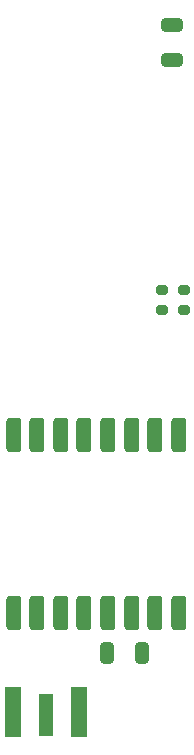
<source format=gbr>
%TF.GenerationSoftware,KiCad,Pcbnew,7.0.11-2.fc39*%
%TF.CreationDate,2024-07-01T00:46:26-07:00*%
%TF.ProjectId,george_orangepi,67656f72-6765-45f6-9f72-616e67657069,rev?*%
%TF.SameCoordinates,PX93d1cc0PY4d3f640*%
%TF.FileFunction,Paste,Top*%
%TF.FilePolarity,Positive*%
%FSLAX46Y46*%
G04 Gerber Fmt 4.6, Leading zero omitted, Abs format (unit mm)*
G04 Created by KiCad (PCBNEW 7.0.11-2.fc39) date 2024-07-01 00:46:26*
%MOMM*%
%LPD*%
G01*
G04 APERTURE LIST*
G04 Aperture macros list*
%AMRoundRect*
0 Rectangle with rounded corners*
0 $1 Rounding radius*
0 $2 $3 $4 $5 $6 $7 $8 $9 X,Y pos of 4 corners*
0 Add a 4 corners polygon primitive as box body*
4,1,4,$2,$3,$4,$5,$6,$7,$8,$9,$2,$3,0*
0 Add four circle primitives for the rounded corners*
1,1,$1+$1,$2,$3*
1,1,$1+$1,$4,$5*
1,1,$1+$1,$6,$7*
1,1,$1+$1,$8,$9*
0 Add four rect primitives between the rounded corners*
20,1,$1+$1,$2,$3,$4,$5,0*
20,1,$1+$1,$4,$5,$6,$7,0*
20,1,$1+$1,$6,$7,$8,$9,0*
20,1,$1+$1,$8,$9,$2,$3,0*%
G04 Aperture macros list end*
%ADD10RoundRect,0.250000X-0.325000X-0.650000X0.325000X-0.650000X0.325000X0.650000X-0.325000X0.650000X0*%
%ADD11RoundRect,0.200000X-0.275000X0.200000X-0.275000X-0.200000X0.275000X-0.200000X0.275000X0.200000X0*%
%ADD12RoundRect,0.317500X-0.317500X1.157500X-0.317500X-1.157500X0.317500X-1.157500X0.317500X1.157500X0*%
%ADD13R,1.270000X3.600000*%
%ADD14R,1.350000X4.200000*%
%ADD15RoundRect,0.250000X-0.650000X0.325000X-0.650000X-0.325000X0.650000X-0.325000X0.650000X0.325000X0*%
G04 APERTURE END LIST*
D10*
%TO.C,C2*%
X10150000Y-61835000D03*
X13100000Y-61835000D03*
%TD*%
D11*
%TO.C,R2*%
X16705000Y-31165000D03*
X16705000Y-32815000D03*
%TD*%
%TO.C,R1*%
X14800000Y-31165000D03*
X14800000Y-32815000D03*
%TD*%
D12*
%TO.C,U2*%
X16260000Y-58470000D03*
X14260000Y-58470000D03*
X12260000Y-58470000D03*
X10260000Y-58470000D03*
X8260000Y-58470000D03*
X6260000Y-58470000D03*
X4260000Y-58470000D03*
X2260000Y-58470000D03*
X2260000Y-43420000D03*
X4260000Y-43420000D03*
X6260000Y-43420000D03*
X8260000Y-43420000D03*
X10260000Y-43420000D03*
X12260000Y-43420000D03*
X14260000Y-43420000D03*
X16260000Y-43420000D03*
%TD*%
D13*
%TO.C,J2*%
X5000000Y-67087500D03*
D14*
X7825000Y-66887500D03*
X2175000Y-66887500D03*
%TD*%
D15*
%TO.C,C3*%
X15668000Y-11635000D03*
X15668000Y-8685000D03*
%TD*%
M02*

</source>
